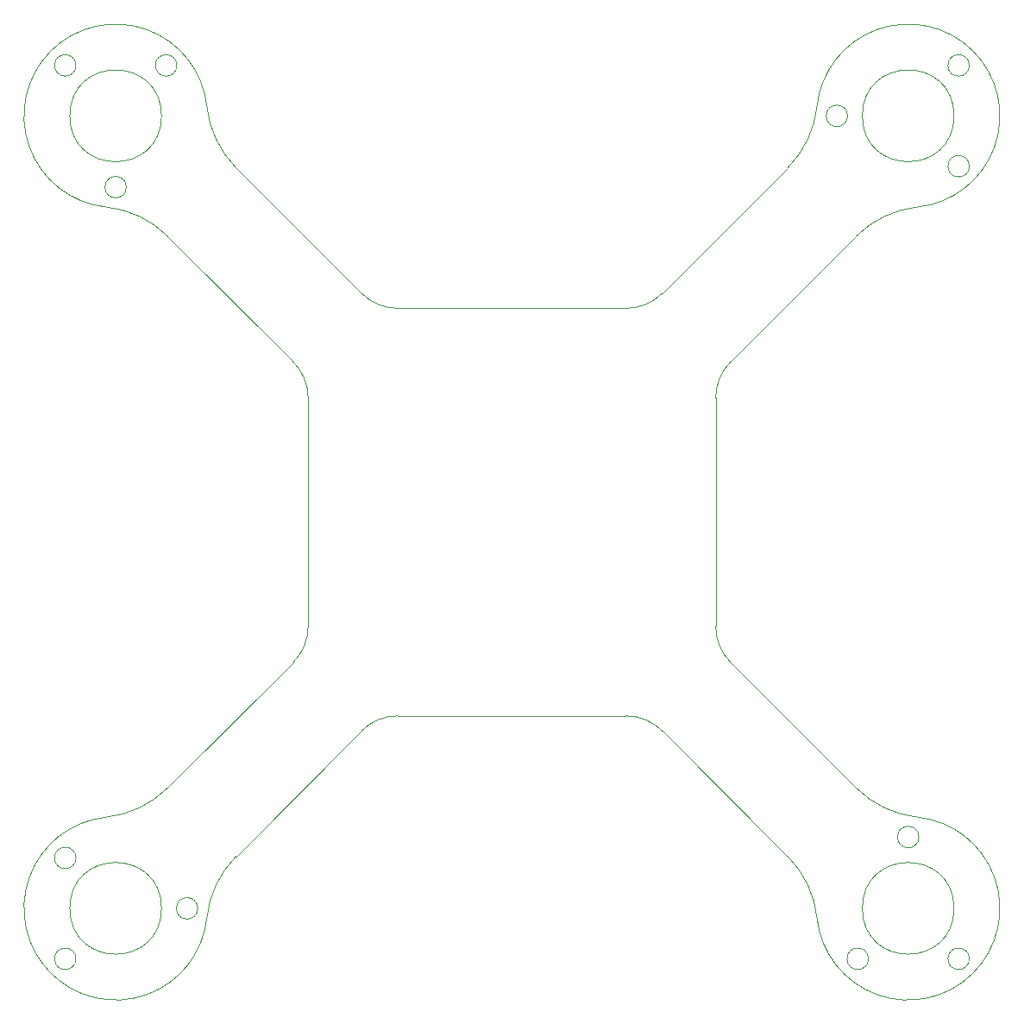
<source format=gm1>
G04*
G04 #@! TF.GenerationSoftware,Altium Limited,Altium Designer,21.0.8 (223)*
G04*
G04 Layer_Color=16711935*
%FSLAX44Y44*%
%MOMM*%
G71*
G04*
G04 #@! TF.SameCoordinates,FEFD6B0F-C875-4ADE-8CDF-9C75FE8239C7*
G04*
G04*
G04 #@! TF.FilePolarity,Positive*
G04*
G01*
G75*
%ADD107C,0.0127*%
D107*
X214680Y146312D02*
G03*
X200036Y110957I35355J-35355D01*
G01*
X398234Y298232D02*
G03*
X337845Y269477I10322J-99466D01*
G01*
X398234Y298232D02*
G03*
X299425Y397041I-9290J89519D01*
G01*
X270670Y336652D02*
G03*
X299425Y397041I-70711J70711D01*
G01*
X112150Y198843D02*
G03*
X147505Y213487I0J50000D01*
G01*
X-147434D02*
G03*
X-112079Y198843I35355J35355D01*
G01*
X-299354Y397041D02*
G03*
X-270599Y336652I99466J10322D01*
G01*
X-299354Y397041D02*
G03*
X-398163Y298232I-89519J-9290D01*
G01*
X-337774Y269477D02*
G03*
X-398163Y298232I-70711J-70711D01*
G01*
X-199964Y110957D02*
G03*
X-214609Y146312I-50000J0D01*
G01*
Y-148627D02*
G03*
X-199964Y-113272I-35355J35355D01*
G01*
X-398163Y-300547D02*
G03*
X-337774Y-271792I-10322J99466D01*
G01*
X-398163Y-300547D02*
G03*
X-299354Y-399356I9290J-89519D01*
G01*
X-270599Y-338967D02*
G03*
X-299354Y-399356I70711J-70711D01*
G01*
X-112079Y-201157D02*
G03*
X-147434Y-215802I0J-50000D01*
G01*
X147505D02*
G03*
X112150Y-201157I-35355J-35355D01*
G01*
X299425Y-399356D02*
G03*
X270670Y-338967I-99466J-10322D01*
G01*
X299425Y-399356D02*
G03*
X398234Y-300547I89519J9290D01*
G01*
X337845Y-271792D02*
G03*
X398234Y-300547I70711J70711D01*
G01*
X200036Y-113272D02*
G03*
X214680Y-148627I50000J0D01*
G01*
X329445Y387751D02*
G03*
X329445Y387751I-10500J0D01*
G01*
X448942Y437249D02*
G03*
X448942Y437249I-10500J0D01*
G01*
Y338254D02*
G03*
X448942Y338254I-10500J0D01*
G01*
X433944Y387751D02*
G03*
X433944Y387751I-45000J0D01*
G01*
Y-390066D02*
G03*
X433944Y-390066I-45000J0D01*
G01*
X349947Y-439564D02*
G03*
X349947Y-439564I-10500J0D01*
G01*
X448942D02*
G03*
X448942Y-439564I-10500J0D01*
G01*
X399444Y-320066D02*
G03*
X399444Y-320066I-10500J0D01*
G01*
X-308373Y-390066D02*
G03*
X-308373Y-390066I-10500J0D01*
G01*
X-427870Y-439564D02*
G03*
X-427870Y-439564I-10500J0D01*
G01*
Y-340569D02*
G03*
X-427870Y-340569I-10500J0D01*
G01*
X-343873Y-390066D02*
G03*
X-343873Y-390066I-45000J0D01*
G01*
Y387751D02*
G03*
X-343873Y387751I-45000J0D01*
G01*
X-328876Y437249D02*
G03*
X-328876Y437249I-10500J0D01*
G01*
X-427870D02*
G03*
X-427870Y437249I-10500J0D01*
G01*
X-378373Y317751D02*
G03*
X-378373Y317751I-10500J0D01*
G01*
X200036Y-113272D02*
Y110957D01*
X214680Y146312D02*
X337845Y269477D01*
X147505Y213487D02*
X270670Y336652D01*
X-112079Y198843D02*
X112150D01*
X-270599Y336652D02*
X-147434Y213487D01*
X-337774Y269477D02*
X-214609Y146312D01*
X-199964Y-113272D02*
Y110957D01*
X-337774Y-271792D02*
X-214609Y-148627D01*
X-270599Y-338967D02*
X-147434Y-215802D01*
X-112079Y-201157D02*
X112150D01*
X147505Y-215802D02*
X270670Y-338967D01*
X214680Y-148627D02*
X337845Y-271792D01*
M02*

</source>
